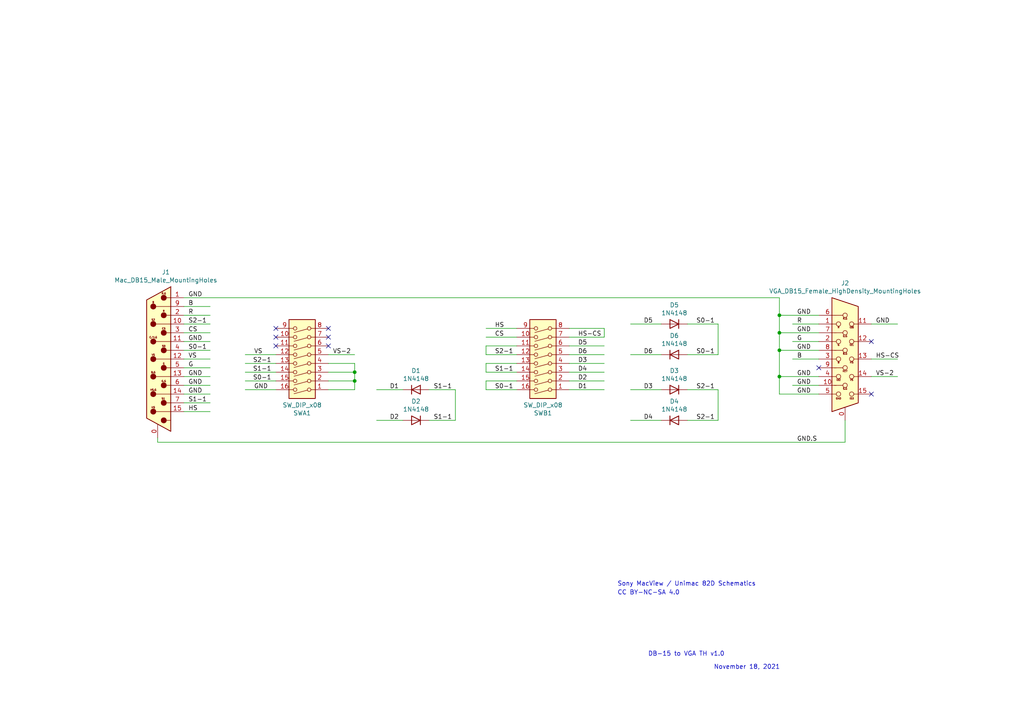
<source format=kicad_sch>
(kicad_sch (version 20211123) (generator eeschema)

  (uuid 0ef8ba32-d4e8-4d2b-b6dd-ffa014de9e85)

  (paper "A4")

  (lib_symbols
    (symbol "Diode:1N4148" (pin_numbers hide) (pin_names hide) (in_bom yes) (on_board yes)
      (property "Reference" "D" (id 0) (at 0 2.54 0)
        (effects (font (size 1.27 1.27)))
      )
      (property "Value" "1N4148" (id 1) (at 0 -2.54 0)
        (effects (font (size 1.27 1.27)))
      )
      (property "Footprint" "Diode_THT:D_DO-35_SOD27_P7.62mm_Horizontal" (id 2) (at 0 0 0)
        (effects (font (size 1.27 1.27)) hide)
      )
      (property "Datasheet" "https://assets.nexperia.com/documents/data-sheet/1N4148_1N4448.pdf" (id 3) (at 0 0 0)
        (effects (font (size 1.27 1.27)) hide)
      )
      (property "ki_keywords" "diode" (id 4) (at 0 0 0)
        (effects (font (size 1.27 1.27)) hide)
      )
      (property "ki_description" "100V 0.15A standard switching diode, DO-35" (id 5) (at 0 0 0)
        (effects (font (size 1.27 1.27)) hide)
      )
      (property "ki_fp_filters" "D*DO?35*" (id 6) (at 0 0 0)
        (effects (font (size 1.27 1.27)) hide)
      )
      (symbol "1N4148_0_1"
        (polyline
          (pts
            (xy -1.27 1.27)
            (xy -1.27 -1.27)
          )
          (stroke (width 0.254) (type default) (color 0 0 0 0))
          (fill (type none))
        )
        (polyline
          (pts
            (xy 1.27 0)
            (xy -1.27 0)
          )
          (stroke (width 0) (type default) (color 0 0 0 0))
          (fill (type none))
        )
        (polyline
          (pts
            (xy 1.27 1.27)
            (xy 1.27 -1.27)
            (xy -1.27 0)
            (xy 1.27 1.27)
          )
          (stroke (width 0.254) (type default) (color 0 0 0 0))
          (fill (type none))
        )
      )
      (symbol "1N4148_1_1"
        (pin passive line (at -3.81 0 0) (length 2.54)
          (name "K" (effects (font (size 1.27 1.27))))
          (number "1" (effects (font (size 1.27 1.27))))
        )
        (pin passive line (at 3.81 0 180) (length 2.54)
          (name "A" (effects (font (size 1.27 1.27))))
          (number "2" (effects (font (size 1.27 1.27))))
        )
      )
    )
    (symbol "Switch:SW_DIP_x08" (pin_names (offset 0) hide) (in_bom yes) (on_board yes)
      (property "Reference" "SW" (id 0) (at 0 13.97 0)
        (effects (font (size 1.27 1.27)))
      )
      (property "Value" "SW_DIP_x08" (id 1) (at 0 -11.43 0)
        (effects (font (size 1.27 1.27)))
      )
      (property "Footprint" "" (id 2) (at 0 0 0)
        (effects (font (size 1.27 1.27)) hide)
      )
      (property "Datasheet" "~" (id 3) (at 0 0 0)
        (effects (font (size 1.27 1.27)) hide)
      )
      (property "ki_keywords" "dip switch" (id 4) (at 0 0 0)
        (effects (font (size 1.27 1.27)) hide)
      )
      (property "ki_description" "8x DIP Switch, Single Pole Single Throw (SPST) switch, small symbol" (id 5) (at 0 0 0)
        (effects (font (size 1.27 1.27)) hide)
      )
      (property "ki_fp_filters" "SW?DIP?x8*" (id 6) (at 0 0 0)
        (effects (font (size 1.27 1.27)) hide)
      )
      (symbol "SW_DIP_x08_0_0"
        (circle (center -2.032 -7.62) (radius 0.508)
          (stroke (width 0) (type default) (color 0 0 0 0))
          (fill (type none))
        )
        (circle (center -2.032 -5.08) (radius 0.508)
          (stroke (width 0) (type default) (color 0 0 0 0))
          (fill (type none))
        )
        (circle (center -2.032 -2.54) (radius 0.508)
          (stroke (width 0) (type default) (color 0 0 0 0))
          (fill (type none))
        )
        (circle (center -2.032 0) (radius 0.508)
          (stroke (width 0) (type default) (color 0 0 0 0))
          (fill (type none))
        )
        (circle (center -2.032 2.54) (radius 0.508)
          (stroke (width 0) (type default) (color 0 0 0 0))
          (fill (type none))
        )
        (circle (center -2.032 5.08) (radius 0.508)
          (stroke (width 0) (type default) (color 0 0 0 0))
          (fill (type none))
        )
        (circle (center -2.032 7.62) (radius 0.508)
          (stroke (width 0) (type default) (color 0 0 0 0))
          (fill (type none))
        )
        (circle (center -2.032 10.16) (radius 0.508)
          (stroke (width 0) (type default) (color 0 0 0 0))
          (fill (type none))
        )
        (polyline
          (pts
            (xy -1.524 -7.4676)
            (xy 2.3622 -6.4262)
          )
          (stroke (width 0) (type default) (color 0 0 0 0))
          (fill (type none))
        )
        (polyline
          (pts
            (xy -1.524 -4.9276)
            (xy 2.3622 -3.8862)
          )
          (stroke (width 0) (type default) (color 0 0 0 0))
          (fill (type none))
        )
        (polyline
          (pts
            (xy -1.524 -2.3876)
            (xy 2.3622 -1.3462)
          )
          (stroke (width 0) (type default) (color 0 0 0 0))
          (fill (type none))
        )
        (polyline
          (pts
            (xy -1.524 0.127)
            (xy 2.3622 1.1684)
          )
          (stroke (width 0) (type default) (color 0 0 0 0))
          (fill (type none))
        )
        (polyline
          (pts
            (xy -1.524 2.667)
            (xy 2.3622 3.7084)
          )
          (stroke (width 0) (type default) (color 0 0 0 0))
          (fill (type none))
        )
        (polyline
          (pts
            (xy -1.524 5.207)
            (xy 2.3622 6.2484)
          )
          (stroke (width 0) (type default) (color 0 0 0 0))
          (fill (type none))
        )
        (polyline
          (pts
            (xy -1.524 7.747)
            (xy 2.3622 8.7884)
          )
          (stroke (width 0) (type default) (color 0 0 0 0))
          (fill (type none))
        )
        (polyline
          (pts
            (xy -1.524 10.287)
            (xy 2.3622 11.3284)
          )
          (stroke (width 0) (type default) (color 0 0 0 0))
          (fill (type none))
        )
        (circle (center 2.032 -7.62) (radius 0.508)
          (stroke (width 0) (type default) (color 0 0 0 0))
          (fill (type none))
        )
        (circle (center 2.032 -5.08) (radius 0.508)
          (stroke (width 0) (type default) (color 0 0 0 0))
          (fill (type none))
        )
        (circle (center 2.032 -2.54) (radius 0.508)
          (stroke (width 0) (type default) (color 0 0 0 0))
          (fill (type none))
        )
        (circle (center 2.032 0) (radius 0.508)
          (stroke (width 0) (type default) (color 0 0 0 0))
          (fill (type none))
        )
        (circle (center 2.032 2.54) (radius 0.508)
          (stroke (width 0) (type default) (color 0 0 0 0))
          (fill (type none))
        )
        (circle (center 2.032 5.08) (radius 0.508)
          (stroke (width 0) (type default) (color 0 0 0 0))
          (fill (type none))
        )
        (circle (center 2.032 7.62) (radius 0.508)
          (stroke (width 0) (type default) (color 0 0 0 0))
          (fill (type none))
        )
        (circle (center 2.032 10.16) (radius 0.508)
          (stroke (width 0) (type default) (color 0 0 0 0))
          (fill (type none))
        )
      )
      (symbol "SW_DIP_x08_0_1"
        (rectangle (start -3.81 12.7) (end 3.81 -10.16)
          (stroke (width 0.254) (type default) (color 0 0 0 0))
          (fill (type background))
        )
      )
      (symbol "SW_DIP_x08_1_1"
        (pin passive line (at -7.62 10.16 0) (length 5.08)
          (name "~" (effects (font (size 1.27 1.27))))
          (number "1" (effects (font (size 1.27 1.27))))
        )
        (pin passive line (at 7.62 -5.08 180) (length 5.08)
          (name "~" (effects (font (size 1.27 1.27))))
          (number "10" (effects (font (size 1.27 1.27))))
        )
        (pin passive line (at 7.62 -2.54 180) (length 5.08)
          (name "~" (effects (font (size 1.27 1.27))))
          (number "11" (effects (font (size 1.27 1.27))))
        )
        (pin passive line (at 7.62 0 180) (length 5.08)
          (name "~" (effects (font (size 1.27 1.27))))
          (number "12" (effects (font (size 1.27 1.27))))
        )
        (pin passive line (at 7.62 2.54 180) (length 5.08)
          (name "~" (effects (font (size 1.27 1.27))))
          (number "13" (effects (font (size 1.27 1.27))))
        )
        (pin passive line (at 7.62 5.08 180) (length 5.08)
          (name "~" (effects (font (size 1.27 1.27))))
          (number "14" (effects (font (size 1.27 1.27))))
        )
        (pin passive line (at 7.62 7.62 180) (length 5.08)
          (name "~" (effects (font (size 1.27 1.27))))
          (number "15" (effects (font (size 1.27 1.27))))
        )
        (pin passive line (at 7.62 10.16 180) (length 5.08)
          (name "~" (effects (font (size 1.27 1.27))))
          (number "16" (effects (font (size 1.27 1.27))))
        )
        (pin passive line (at -7.62 7.62 0) (length 5.08)
          (name "~" (effects (font (size 1.27 1.27))))
          (number "2" (effects (font (size 1.27 1.27))))
        )
        (pin passive line (at -7.62 5.08 0) (length 5.08)
          (name "~" (effects (font (size 1.27 1.27))))
          (number "3" (effects (font (size 1.27 1.27))))
        )
        (pin passive line (at -7.62 2.54 0) (length 5.08)
          (name "~" (effects (font (size 1.27 1.27))))
          (number "4" (effects (font (size 1.27 1.27))))
        )
        (pin passive line (at -7.62 0 0) (length 5.08)
          (name "~" (effects (font (size 1.27 1.27))))
          (number "5" (effects (font (size 1.27 1.27))))
        )
        (pin passive line (at -7.62 -2.54 0) (length 5.08)
          (name "~" (effects (font (size 1.27 1.27))))
          (number "6" (effects (font (size 1.27 1.27))))
        )
        (pin passive line (at -7.62 -5.08 0) (length 5.08)
          (name "~" (effects (font (size 1.27 1.27))))
          (number "7" (effects (font (size 1.27 1.27))))
        )
        (pin passive line (at -7.62 -7.62 0) (length 5.08)
          (name "~" (effects (font (size 1.27 1.27))))
          (number "8" (effects (font (size 1.27 1.27))))
        )
        (pin passive line (at 7.62 -7.62 180) (length 5.08)
          (name "~" (effects (font (size 1.27 1.27))))
          (number "9" (effects (font (size 1.27 1.27))))
        )
      )
    )
    (symbol "project:Mac_DB15_Male_MountingHoles" (pin_names (offset 1.016) hide) (in_bom yes) (on_board yes)
      (property "Reference" "J" (id 0) (at 2.54 24.13 0)
        (effects (font (size 1.27 1.27)))
      )
      (property "Value" "Mac_DB15_Male_MountingHoles" (id 1) (at 2.54 26.035 0)
        (effects (font (size 1.27 1.27)))
      )
      (property "Footprint" "" (id 2) (at 0 0 0)
        (effects (font (size 1.27 1.27)) hide)
      )
      (property "Datasheet" "" (id 3) (at 0 0 0)
        (effects (font (size 1.27 1.27)) hide)
      )
      (property "ki_fp_filters" "DSUB*Male*" (id 4) (at 0 0 0)
        (effects (font (size 1.27 1.27)) hide)
      )
      (symbol "Mac_DB15_Male_MountingHoles_0_0"
        (text "B" (at -1.27 16.764 0)
          (effects (font (size 0.508 0.508)) (justify top))
        )
        (text "B.G" (at -1.27 -3.556 0)
          (effects (font (size 0.508 0.508)) (justify top))
        )
        (text "C/V.G" (at -1.27 6.604 0)
          (effects (font (size 0.508 0.508)) (justify top))
        )
        (text "CS" (at 1.778 9.144 0)
          (effects (font (size 0.508 0.508)) (justify top))
        )
        (text "G" (at 1.778 -1.016 0)
          (effects (font (size 0.508 0.508)) (justify top))
        )
        (text "G.G" (at 1.778 -6.096 0)
          (effects (font (size 0.508 0.508)) (justify top))
        )
        (text "HS" (at -1.27 -13.716 0)
          (effects (font (size 0.508 0.508)) (justify top))
        )
        (text "HS.G" (at -1.27 -8.636 0)
          (effects (font (size 0.508 0.508)) (justify top))
        )
        (text "R" (at 1.778 14.224 0)
          (effects (font (size 0.508 0.508)) (justify top))
        )
        (text "R.G" (at 1.778 19.304 0)
          (effects (font (size 0.508 0.508)) (justify top))
        )
        (text "S0" (at 1.778 4.064 0)
          (effects (font (size 0.508 0.508)) (justify top))
        )
        (text "S1" (at 1.651 -11.176 0)
          (effects (font (size 0.508 0.508)) (justify top))
        )
        (text "S2" (at -1.27 11.684 0)
          (effects (font (size 0.508 0.508)) (justify top))
        )
        (text "VS" (at -1.27 1.524 0)
          (effects (font (size 0.508 0.508)) (justify top))
        )
      )
      (symbol "Mac_DB15_Male_MountingHoles_0_1"
        (circle (center -1.27 -15.24) (radius 0.762)
          (stroke (width 0) (type default) (color 0 0 0 0))
          (fill (type outline))
        )
        (circle (center -1.27 -10.16) (radius 0.762)
          (stroke (width 0) (type default) (color 0 0 0 0))
          (fill (type outline))
        )
        (circle (center -1.27 -5.08) (radius 0.762)
          (stroke (width 0) (type default) (color 0 0 0 0))
          (fill (type outline))
        )
        (circle (center -1.27 0) (radius 0.762)
          (stroke (width 0) (type default) (color 0 0 0 0))
          (fill (type outline))
        )
        (circle (center -1.27 5.08) (radius 0.762)
          (stroke (width 0) (type default) (color 0 0 0 0))
          (fill (type outline))
        )
        (circle (center -1.27 10.16) (radius 0.762)
          (stroke (width 0) (type default) (color 0 0 0 0))
          (fill (type outline))
        )
        (circle (center -1.27 15.24) (radius 0.762)
          (stroke (width 0) (type default) (color 0 0 0 0))
          (fill (type outline))
        )
        (polyline
          (pts
            (xy 3.81 -17.78)
            (xy 2.54 -17.78)
          )
          (stroke (width 0) (type default) (color 0 0 0 0))
          (fill (type none))
        )
        (polyline
          (pts
            (xy 3.81 -15.24)
            (xy -0.508 -15.24)
          )
          (stroke (width 0) (type default) (color 0 0 0 0))
          (fill (type none))
        )
        (polyline
          (pts
            (xy 3.81 -12.7)
            (xy 2.54 -12.7)
          )
          (stroke (width 0) (type default) (color 0 0 0 0))
          (fill (type none))
        )
        (polyline
          (pts
            (xy 3.81 -10.16)
            (xy -0.508 -10.16)
          )
          (stroke (width 0) (type default) (color 0 0 0 0))
          (fill (type none))
        )
        (polyline
          (pts
            (xy 3.81 -7.62)
            (xy 2.54 -7.62)
          )
          (stroke (width 0) (type default) (color 0 0 0 0))
          (fill (type none))
        )
        (polyline
          (pts
            (xy 3.81 -5.08)
            (xy -0.508 -5.08)
          )
          (stroke (width 0) (type default) (color 0 0 0 0))
          (fill (type none))
        )
        (polyline
          (pts
            (xy 3.81 -2.54)
            (xy 2.54 -2.54)
          )
          (stroke (width 0) (type default) (color 0 0 0 0))
          (fill (type none))
        )
        (polyline
          (pts
            (xy 3.81 0)
            (xy -0.508 0)
          )
          (stroke (width 0) (type default) (color 0 0 0 0))
          (fill (type none))
        )
        (polyline
          (pts
            (xy 3.81 2.54)
            (xy 2.54 2.54)
          )
          (stroke (width 0) (type default) (color 0 0 0 0))
          (fill (type none))
        )
        (polyline
          (pts
            (xy 3.81 5.08)
            (xy -0.508 5.08)
          )
          (stroke (width 0) (type default) (color 0 0 0 0))
          (fill (type none))
        )
        (polyline
          (pts
            (xy 3.81 7.62)
            (xy 2.54 7.62)
          )
          (stroke (width 0) (type default) (color 0 0 0 0))
          (fill (type none))
        )
        (polyline
          (pts
            (xy 3.81 10.16)
            (xy -0.508 10.16)
          )
          (stroke (width 0) (type default) (color 0 0 0 0))
          (fill (type none))
        )
        (polyline
          (pts
            (xy 3.81 12.7)
            (xy 2.54 12.7)
          )
          (stroke (width 0) (type default) (color 0 0 0 0))
          (fill (type none))
        )
        (polyline
          (pts
            (xy 3.81 15.24)
            (xy -0.508 15.24)
          )
          (stroke (width 0) (type default) (color 0 0 0 0))
          (fill (type none))
        )
        (polyline
          (pts
            (xy 3.81 17.78)
            (xy 2.54 17.78)
          )
          (stroke (width 0) (type default) (color 0 0 0 0))
          (fill (type none))
        )
        (polyline
          (pts
            (xy 3.81 20.955)
            (xy -3.175 17.145)
            (xy -3.175 -17.145)
            (xy 3.81 -20.955)
            (xy 3.81 20.955)
          )
          (stroke (width 0.254) (type default) (color 0 0 0 0))
          (fill (type background))
        )
        (circle (center 1.778 -17.78) (radius 0.762)
          (stroke (width 0) (type default) (color 0 0 0 0))
          (fill (type outline))
        )
        (circle (center 1.778 -12.7) (radius 0.762)
          (stroke (width 0) (type default) (color 0 0 0 0))
          (fill (type outline))
        )
        (circle (center 1.778 -7.62) (radius 0.762)
          (stroke (width 0) (type default) (color 0 0 0 0))
          (fill (type outline))
        )
        (circle (center 1.778 -2.54) (radius 0.762)
          (stroke (width 0) (type default) (color 0 0 0 0))
          (fill (type outline))
        )
        (circle (center 1.778 2.54) (radius 0.762)
          (stroke (width 0) (type default) (color 0 0 0 0))
          (fill (type outline))
        )
        (circle (center 1.778 7.62) (radius 0.762)
          (stroke (width 0) (type default) (color 0 0 0 0))
          (fill (type outline))
        )
        (circle (center 1.778 12.7) (radius 0.762)
          (stroke (width 0) (type default) (color 0 0 0 0))
          (fill (type outline))
        )
        (circle (center 1.778 17.78) (radius 0.762)
          (stroke (width 0) (type default) (color 0 0 0 0))
          (fill (type outline))
        )
      )
      (symbol "Mac_DB15_Male_MountingHoles_1_1"
        (pin passive line (at 0 -22.86 90) (length 3.81)
          (name "SGND" (effects (font (size 1.27 1.27))))
          (number "0" (effects (font (size 1.27 1.27))))
        )
        (pin passive line (at 7.62 17.78 180) (length 3.81)
          (name "RED.GND" (effects (font (size 1.27 1.27))))
          (number "1" (effects (font (size 1.27 1.27))))
        )
        (pin output line (at 7.62 10.16 180) (length 3.81)
          (name "SENSE2" (effects (font (size 1.27 1.27))))
          (number "10" (effects (font (size 1.27 1.27))))
        )
        (pin passive line (at 7.62 5.08 180) (length 3.81)
          (name "CSYNC/VSYNC.GND" (effects (font (size 1.27 1.27))))
          (number "11" (effects (font (size 1.27 1.27))))
        )
        (pin input line (at 7.62 0 180) (length 3.81)
          (name "/VSYNC" (effects (font (size 1.27 1.27))))
          (number "12" (effects (font (size 1.27 1.27))))
        )
        (pin passive line (at 7.62 -5.08 180) (length 3.81)
          (name "BLU.GND" (effects (font (size 1.27 1.27))))
          (number "13" (effects (font (size 1.27 1.27))))
        )
        (pin passive line (at 7.62 -10.16 180) (length 3.81)
          (name "HSYNC.GND" (effects (font (size 1.27 1.27))))
          (number "14" (effects (font (size 1.27 1.27))))
        )
        (pin input line (at 7.62 -15.24 180) (length 3.81)
          (name "/HSYNC" (effects (font (size 1.27 1.27))))
          (number "15" (effects (font (size 1.27 1.27))))
        )
        (pin input line (at 7.62 12.7 180) (length 3.81)
          (name "RED.VID" (effects (font (size 1.27 1.27))))
          (number "2" (effects (font (size 1.27 1.27))))
        )
        (pin input line (at 7.62 7.62 180) (length 3.81)
          (name "/CSYNC" (effects (font (size 1.27 1.27))))
          (number "3" (effects (font (size 1.27 1.27))))
        )
        (pin output line (at 7.62 2.54 180) (length 3.81)
          (name "SENSE0" (effects (font (size 1.27 1.27))))
          (number "4" (effects (font (size 1.27 1.27))))
        )
        (pin input line (at 7.62 -2.54 180) (length 3.81)
          (name "GRN.VID" (effects (font (size 1.27 1.27))))
          (number "5" (effects (font (size 1.27 1.27))))
        )
        (pin passive line (at 7.62 -7.62 180) (length 3.81)
          (name "GRN.GND" (effects (font (size 1.27 1.27))))
          (number "6" (effects (font (size 1.27 1.27))))
        )
        (pin output line (at 7.62 -12.7 180) (length 3.81)
          (name "SENSE1" (effects (font (size 1.27 1.27))))
          (number "7" (effects (font (size 1.27 1.27))))
        )
        (pin no_connect line (at 7.62 -17.78 180) (length 3.81) hide
          (name "8" (effects (font (size 1.27 1.27))))
          (number "8" (effects (font (size 1.27 1.27))))
        )
        (pin output line (at 7.62 15.24 180) (length 3.81)
          (name "BLU.VID" (effects (font (size 1.27 1.27))))
          (number "9" (effects (font (size 1.27 1.27))))
        )
      )
    )
    (symbol "project:VGA_DB15_Female_HighDensity_MountingHoles" (pin_names (offset 1.016) hide) (in_bom yes) (on_board yes)
      (property "Reference" "J" (id 0) (at 0 21.59 0)
        (effects (font (size 1.27 1.27)))
      )
      (property "Value" "VGA_DB15_Female_HighDensity_MountingHoles" (id 1) (at 0 19.05 0)
        (effects (font (size 1.27 1.27)))
      )
      (property "Footprint" "" (id 2) (at -24.13 10.16 0)
        (effects (font (size 1.27 1.27)) hide)
      )
      (property "Datasheet" "" (id 3) (at -24.13 10.16 0)
        (effects (font (size 1.27 1.27)) hide)
      )
      (property "ki_fp_filters" "DSUB*Female*" (id 4) (at 0 0 0)
        (effects (font (size 1.27 1.27)) hide)
      )
      (symbol "VGA_DB15_Female_HighDensity_MountingHoles_0_0"
        (text "B" (at -1.905 -1.27 0)
          (effects (font (size 0.508 0.508)) (justify bottom))
        )
        (text "B.G" (at 0 1.27 0)
          (effects (font (size 0.508 0.508)) (justify bottom))
        )
        (text "G" (at -1.905 3.81 0)
          (effects (font (size 0.508 0.508)) (justify bottom))
        )
        (text "G.G" (at 0 6.35 0)
          (effects (font (size 0.508 0.508)) (justify bottom))
        )
        (text "GND" (at -1.905 -11.43 0)
          (effects (font (size 0.508 0.508)))
        )
        (text "HS" (at 1.905 -1.27 0)
          (effects (font (size 0.508 0.508)) (justify bottom))
        )
        (text "ID0" (at 1.905 8.89 0)
          (effects (font (size 0.508 0.508)) (justify bottom))
        )
        (text "ID1" (at 1.905 3.81 0)
          (effects (font (size 0.508 0.508)) (justify bottom))
        )
        (text "ID2" (at -1.905 -6.35 0)
          (effects (font (size 0.508 0.508)) (justify bottom))
        )
        (text "ID3" (at 1.905 -11.43 0)
          (effects (font (size 0.508 0.508)))
        )
        (text "KEY" (at 0 -3.81 0)
          (effects (font (size 0.508 0.508)) (justify bottom))
        )
        (text "R" (at -1.905 8.89 0)
          (effects (font (size 0.508 0.508)) (justify bottom))
        )
        (text "R.G" (at 0 11.43 0)
          (effects (font (size 0.508 0.508)) (justify bottom))
        )
        (text "S.G" (at 0 -8.89 0)
          (effects (font (size 0.508 0.508)) (justify bottom))
        )
        (text "VS" (at 1.905 -6.35 0)
          (effects (font (size 0.508 0.508)) (justify bottom))
        )
      )
      (symbol "VGA_DB15_Female_HighDensity_MountingHoles_0_1"
        (circle (center -1.905 -10.16) (radius 0.635)
          (stroke (width 0) (type default) (color 0 0 0 0))
          (fill (type none))
        )
        (circle (center -1.905 -5.08) (radius 0.635)
          (stroke (width 0) (type default) (color 0 0 0 0))
          (fill (type none))
        )
        (circle (center -1.905 0) (radius 0.635)
          (stroke (width 0) (type default) (color 0 0 0 0))
          (fill (type none))
        )
        (circle (center -1.905 5.08) (radius 0.635)
          (stroke (width 0) (type default) (color 0 0 0 0))
          (fill (type none))
        )
        (circle (center -1.905 10.16) (radius 0.635)
          (stroke (width 0) (type default) (color 0 0 0 0))
          (fill (type none))
        )
        (circle (center 0 -7.62) (radius 0.635)
          (stroke (width 0) (type default) (color 0 0 0 0))
          (fill (type none))
        )
        (circle (center 0 -2.54) (radius 0.635)
          (stroke (width 0) (type default) (color 0 0 0 0))
          (fill (type none))
        )
        (polyline
          (pts
            (xy -3.175 7.62)
            (xy -0.635 7.62)
          )
          (stroke (width 0) (type default) (color 0 0 0 0))
          (fill (type none))
        )
        (polyline
          (pts
            (xy -0.635 -7.62)
            (xy -3.175 -7.62)
          )
          (stroke (width 0) (type default) (color 0 0 0 0))
          (fill (type none))
        )
        (polyline
          (pts
            (xy -0.635 -2.54)
            (xy -3.175 -2.54)
          )
          (stroke (width 0) (type default) (color 0 0 0 0))
          (fill (type none))
        )
        (polyline
          (pts
            (xy -0.635 2.54)
            (xy -3.175 2.54)
          )
          (stroke (width 0) (type default) (color 0 0 0 0))
          (fill (type none))
        )
        (polyline
          (pts
            (xy -0.635 12.7)
            (xy -3.175 12.7)
          )
          (stroke (width 0) (type default) (color 0 0 0 0))
          (fill (type none))
        )
        (polyline
          (pts
            (xy -3.81 17.78)
            (xy -3.81 -15.24)
            (xy 3.81 -12.7)
            (xy 3.81 15.24)
            (xy -3.81 17.78)
          )
          (stroke (width 0.254) (type default) (color 0 0 0 0))
          (fill (type background))
        )
        (circle (center 0 2.54) (radius 0.635)
          (stroke (width 0) (type default) (color 0 0 0 0))
          (fill (type none))
        )
        (circle (center 0 7.62) (radius 0.635)
          (stroke (width 0) (type default) (color 0 0 0 0))
          (fill (type none))
        )
        (circle (center 0 12.7) (radius 0.635)
          (stroke (width 0) (type default) (color 0 0 0 0))
          (fill (type none))
        )
        (circle (center 1.905 -10.16) (radius 0.635)
          (stroke (width 0) (type default) (color 0 0 0 0))
          (fill (type none))
        )
        (circle (center 1.905 -5.08) (radius 0.635)
          (stroke (width 0) (type default) (color 0 0 0 0))
          (fill (type none))
        )
        (circle (center 1.905 0) (radius 0.635)
          (stroke (width 0) (type default) (color 0 0 0 0))
          (fill (type none))
        )
        (circle (center 1.905 5.08) (radius 0.635)
          (stroke (width 0) (type default) (color 0 0 0 0))
          (fill (type none))
        )
        (circle (center 1.905 10.16) (radius 0.635)
          (stroke (width 0) (type default) (color 0 0 0 0))
          (fill (type none))
        )
      )
      (symbol "VGA_DB15_Female_HighDensity_MountingHoles_1_1"
        (pin passive line (at 0 -17.78 90) (length 3.81)
          (name "SGND" (effects (font (size 1.27 1.27))))
          (number "0" (effects (font (size 1.27 1.27))))
        )
        (pin output line (at -7.62 10.16 0) (length 5.08)
          (name "RED.VID" (effects (font (size 1.27 1.27))))
          (number "1" (effects (font (size 1.27 1.27))))
        )
        (pin passive line (at -7.62 -7.62 0) (length 5.08)
          (name "SYNC.GND" (effects (font (size 1.27 1.27))))
          (number "10" (effects (font (size 1.27 1.27))))
        )
        (pin input line (at 7.62 10.16 180) (length 5.08)
          (name "ID0" (effects (font (size 1.27 1.27))))
          (number "11" (effects (font (size 1.27 1.27))))
        )
        (pin input line (at 7.62 5.08 180) (length 5.08)
          (name "ID1" (effects (font (size 1.27 1.27))))
          (number "12" (effects (font (size 1.27 1.27))))
        )
        (pin output line (at 7.62 0 180) (length 5.08)
          (name "/HSYNC" (effects (font (size 1.27 1.27))))
          (number "13" (effects (font (size 1.27 1.27))))
        )
        (pin output line (at 7.62 -5.08 180) (length 5.08)
          (name "/VSYNC" (effects (font (size 1.27 1.27))))
          (number "14" (effects (font (size 1.27 1.27))))
        )
        (pin input line (at 7.62 -10.16 180) (length 5.08)
          (name "ID3" (effects (font (size 1.27 1.27))))
          (number "15" (effects (font (size 1.27 1.27))))
        )
        (pin output line (at -7.62 5.08 0) (length 5.08)
          (name "GRN.VID" (effects (font (size 1.27 1.27))))
          (number "2" (effects (font (size 1.27 1.27))))
        )
        (pin output line (at -7.62 0 0) (length 5.08)
          (name "BLU.VID" (effects (font (size 1.27 1.27))))
          (number "3" (effects (font (size 1.27 1.27))))
        )
        (pin input line (at -7.62 -5.08 0) (length 5.08)
          (name "ID2/RES" (effects (font (size 1.27 1.27))))
          (number "4" (effects (font (size 1.27 1.27))))
        )
        (pin passive line (at -7.62 -10.16 0) (length 5.08)
          (name "GND" (effects (font (size 1.27 1.27))))
          (number "5" (effects (font (size 1.27 1.27))))
        )
        (pin passive line (at -7.62 12.7 0) (length 5.08)
          (name "RED.GND" (effects (font (size 1.27 1.27))))
          (number "6" (effects (font (size 1.27 1.27))))
        )
        (pin passive line (at -7.62 7.62 0) (length 5.08)
          (name "GRN.GND" (effects (font (size 1.27 1.27))))
          (number "7" (effects (font (size 1.27 1.27))))
        )
        (pin passive line (at -7.62 2.54 0) (length 5.08)
          (name "BLU.GND" (effects (font (size 1.27 1.27))))
          (number "8" (effects (font (size 1.27 1.27))))
        )
        (pin power_out line (at -7.62 -2.54 0) (length 5.08)
          (name "KEY" (effects (font (size 1.27 1.27))))
          (number "9" (effects (font (size 1.27 1.27))))
        )
      )
    )
  )

  (junction (at 226.06 96.52) (diameter 0) (color 0 0 0 0)
    (uuid 1bafa7e7-e21f-439b-97ac-311e770cc55f)
  )
  (junction (at 226.06 91.44) (diameter 0) (color 0 0 0 0)
    (uuid 315fc509-7e70-4fbe-84e1-f50cbfbcac71)
  )
  (junction (at 226.06 101.6) (diameter 0) (color 0 0 0 0)
    (uuid 51aa95b5-c49b-4e3f-88c3-954aaec7b858)
  )
  (junction (at 102.87 110.49) (diameter 0) (color 0 0 0 0)
    (uuid 84b674c5-245f-4f08-aade-021e81473c20)
  )
  (junction (at 102.87 107.95) (diameter 0) (color 0 0 0 0)
    (uuid b7550bb1-35ac-4c82-a2a5-d2578f7111e9)
  )
  (junction (at 226.06 109.22) (diameter 0) (color 0 0 0 0)
    (uuid c6520127-9228-4e15-97ff-1d3d4b5e5e81)
  )

  (no_connect (at 95.25 97.79) (uuid 0667c664-a5ef-4658-9dde-ef71e52e0a0b))
  (no_connect (at 252.73 99.06) (uuid 1b21d43f-7c37-4a0f-8cd8-40e955972166))
  (no_connect (at 80.01 97.79) (uuid 317e201b-d033-49f9-bd17-b1e2dbb071c7))
  (no_connect (at 80.01 95.25) (uuid 7243ff3d-0162-4a3a-a48d-f65c79b15cfe))
  (no_connect (at 95.25 100.33) (uuid a05b08ac-a98a-439c-b8e3-c9c39389e4e2))
  (no_connect (at 80.01 100.33) (uuid ab36dcc7-2fa9-4254-ae9e-ef23f86e0f98))
  (no_connect (at 95.25 95.25) (uuid b6ac5513-9854-4996-8193-6bf6e31fe962))
  (no_connect (at 237.49 106.68) (uuid f1d13e42-4b13-4f22-bfe1-7b91292da249))
  (no_connect (at 252.73 114.3) (uuid f5e7823d-feaa-4c12-96ce-2f4cced09fad))

  (wire (pts (xy 226.06 96.52) (xy 226.06 101.6))
    (stroke (width 0) (type default) (color 0 0 0 0))
    (uuid 00fdabcd-97c2-477a-ad38-78b0a56e88fc)
  )
  (wire (pts (xy 140.97 105.41) (xy 149.86 105.41))
    (stroke (width 0) (type default) (color 0 0 0 0))
    (uuid 014a89f2-3395-4afb-81d2-275ab536e82f)
  )
  (wire (pts (xy 53.34 111.76) (xy 60.96 111.76))
    (stroke (width 0) (type default) (color 0 0 0 0))
    (uuid 022076ae-d183-413b-ac1e-0f35b1c4c87e)
  )
  (wire (pts (xy 226.06 109.22) (xy 237.49 109.22))
    (stroke (width 0) (type default) (color 0 0 0 0))
    (uuid 03009c87-d304-421c-a676-e8ed052c4eb1)
  )
  (wire (pts (xy 149.86 95.25) (xy 140.97 95.25))
    (stroke (width 0) (type default) (color 0 0 0 0))
    (uuid 0330565f-89af-487d-b28a-24bef28cfc68)
  )
  (wire (pts (xy 165.1 95.25) (xy 175.26 95.25))
    (stroke (width 0) (type default) (color 0 0 0 0))
    (uuid 03b1a351-044f-4c76-9f02-115f52918053)
  )
  (wire (pts (xy 116.84 121.92) (xy 109.22 121.92))
    (stroke (width 0) (type default) (color 0 0 0 0))
    (uuid 04a34f00-1452-4b7e-94c5-32db8d56ed93)
  )
  (wire (pts (xy 53.34 109.22) (xy 60.96 109.22))
    (stroke (width 0) (type default) (color 0 0 0 0))
    (uuid 094b8455-f566-45e4-97b3-dffb09450f68)
  )
  (wire (pts (xy 226.06 114.3) (xy 226.06 109.22))
    (stroke (width 0) (type default) (color 0 0 0 0))
    (uuid 0e5e7286-23b4-4d33-accf-3d4a88b2f33a)
  )
  (wire (pts (xy 140.97 107.95) (xy 140.97 105.41))
    (stroke (width 0) (type default) (color 0 0 0 0))
    (uuid 129794e9-2a0e-4f30-a17e-44bcf5473974)
  )
  (wire (pts (xy 252.73 93.98) (xy 260.35 93.98))
    (stroke (width 0) (type default) (color 0 0 0 0))
    (uuid 1ad0e073-9334-49ea-bbcc-42e5897deeb9)
  )
  (wire (pts (xy 53.34 86.36) (xy 226.06 86.36))
    (stroke (width 0) (type default) (color 0 0 0 0))
    (uuid 1bfd6dea-ab75-4cd8-be12-8450d265fa12)
  )
  (wire (pts (xy 124.46 113.03) (xy 132.08 113.03))
    (stroke (width 0) (type default) (color 0 0 0 0))
    (uuid 217a0708-6a86-4959-ac1f-8125fbc9885a)
  )
  (wire (pts (xy 199.39 102.87) (xy 208.28 102.87))
    (stroke (width 0) (type default) (color 0 0 0 0))
    (uuid 265f2fdb-b5bd-4ff2-9dd3-9b5f8d7b4956)
  )
  (wire (pts (xy 71.12 113.03) (xy 80.01 113.03))
    (stroke (width 0) (type default) (color 0 0 0 0))
    (uuid 2f41853e-ca6b-4197-bc5f-ad8ab37cc829)
  )
  (wire (pts (xy 237.49 114.3) (xy 226.06 114.3))
    (stroke (width 0) (type default) (color 0 0 0 0))
    (uuid 312680a4-ee3b-49b7-b88e-283ddc7275e6)
  )
  (wire (pts (xy 45.72 128.27) (xy 245.11 128.27))
    (stroke (width 0) (type default) (color 0 0 0 0))
    (uuid 31869349-9806-4c28-9b05-107525eaa0c0)
  )
  (wire (pts (xy 165.1 113.03) (xy 175.26 113.03))
    (stroke (width 0) (type default) (color 0 0 0 0))
    (uuid 327822a2-686d-4586-ad45-8c8290a3ffe5)
  )
  (wire (pts (xy 53.34 104.14) (xy 60.96 104.14))
    (stroke (width 0) (type default) (color 0 0 0 0))
    (uuid 34bad0c8-ddb3-444a-a25b-6925e483f975)
  )
  (wire (pts (xy 53.34 101.6) (xy 60.96 101.6))
    (stroke (width 0) (type default) (color 0 0 0 0))
    (uuid 3adbba87-4515-447f-90b0-fc74de2bd575)
  )
  (wire (pts (xy 53.34 106.68) (xy 60.96 106.68))
    (stroke (width 0) (type default) (color 0 0 0 0))
    (uuid 449e2fbe-0de0-48bb-a9a3-de84f2f2c0b6)
  )
  (wire (pts (xy 199.39 93.98) (xy 208.28 93.98))
    (stroke (width 0) (type default) (color 0 0 0 0))
    (uuid 46b39386-a7b5-4755-9f65-af78b44c7c69)
  )
  (wire (pts (xy 165.1 107.95) (xy 175.26 107.95))
    (stroke (width 0) (type default) (color 0 0 0 0))
    (uuid 49d4ff08-c9d0-48ab-b3dd-671b47eee1c5)
  )
  (wire (pts (xy 165.1 102.87) (xy 175.26 102.87))
    (stroke (width 0) (type default) (color 0 0 0 0))
    (uuid 4f1c3a58-298e-4c42-8b61-17be68884de4)
  )
  (wire (pts (xy 252.73 109.22) (xy 260.35 109.22))
    (stroke (width 0) (type default) (color 0 0 0 0))
    (uuid 5526eb2e-abb2-4941-9bd5-f60a2c272f10)
  )
  (wire (pts (xy 226.06 101.6) (xy 237.49 101.6))
    (stroke (width 0) (type default) (color 0 0 0 0))
    (uuid 5dd5dd09-a5d5-4adf-a502-b5ee796eaa43)
  )
  (wire (pts (xy 191.77 121.92) (xy 182.88 121.92))
    (stroke (width 0) (type default) (color 0 0 0 0))
    (uuid 61efbdff-c962-434e-88b5-4ae342c356bf)
  )
  (wire (pts (xy 226.06 109.22) (xy 226.06 101.6))
    (stroke (width 0) (type default) (color 0 0 0 0))
    (uuid 643e83ea-3688-47c0-b3f8-c6bd9f3ae762)
  )
  (wire (pts (xy 53.34 93.98) (xy 60.96 93.98))
    (stroke (width 0) (type default) (color 0 0 0 0))
    (uuid 666094bb-7a20-42d0-8856-48f06388eee4)
  )
  (wire (pts (xy 229.87 93.98) (xy 237.49 93.98))
    (stroke (width 0) (type default) (color 0 0 0 0))
    (uuid 675ffad4-fad1-433b-b0ce-653a4f0b6281)
  )
  (wire (pts (xy 116.84 113.03) (xy 109.22 113.03))
    (stroke (width 0) (type default) (color 0 0 0 0))
    (uuid 698565ac-ae27-4c37-94c2-3d9c0b12c068)
  )
  (wire (pts (xy 140.97 97.79) (xy 149.86 97.79))
    (stroke (width 0) (type default) (color 0 0 0 0))
    (uuid 706a34a9-84e3-4d4b-afe1-83cf9bcd2d17)
  )
  (wire (pts (xy 245.11 121.92) (xy 245.11 128.27))
    (stroke (width 0) (type default) (color 0 0 0 0))
    (uuid 73550b6b-20c5-4b0f-82ae-c4372e2c1ba4)
  )
  (wire (pts (xy 252.73 104.14) (xy 260.35 104.14))
    (stroke (width 0) (type default) (color 0 0 0 0))
    (uuid 744cb96b-32a6-4d3b-80a5-5df725051c22)
  )
  (wire (pts (xy 53.34 114.3) (xy 60.96 114.3))
    (stroke (width 0) (type default) (color 0 0 0 0))
    (uuid 746367c7-fe9f-4bba-abec-be122273fffe)
  )
  (wire (pts (xy 149.86 102.87) (xy 140.97 102.87))
    (stroke (width 0) (type default) (color 0 0 0 0))
    (uuid 784c6b2c-88c8-493f-abc8-70c0d39b71c5)
  )
  (wire (pts (xy 102.87 107.95) (xy 102.87 105.41))
    (stroke (width 0) (type default) (color 0 0 0 0))
    (uuid 788d0af4-1ed0-48ed-9651-165377bcac0f)
  )
  (wire (pts (xy 149.86 100.33) (xy 140.97 100.33))
    (stroke (width 0) (type default) (color 0 0 0 0))
    (uuid 7b9b98de-6b68-4761-8b13-956c5afaf435)
  )
  (wire (pts (xy 140.97 110.49) (xy 140.97 113.03))
    (stroke (width 0) (type default) (color 0 0 0 0))
    (uuid 7c0b24c6-a421-4ccf-9152-a85b1a7fc54b)
  )
  (wire (pts (xy 175.26 97.79) (xy 175.26 95.25))
    (stroke (width 0) (type default) (color 0 0 0 0))
    (uuid 80358396-c8a9-4e2a-99a4-8cde0951c479)
  )
  (wire (pts (xy 226.06 91.44) (xy 226.06 96.52))
    (stroke (width 0) (type default) (color 0 0 0 0))
    (uuid 81abb5c7-e6ca-44e4-8651-a56461cedb98)
  )
  (wire (pts (xy 140.97 113.03) (xy 149.86 113.03))
    (stroke (width 0) (type default) (color 0 0 0 0))
    (uuid 8813b8d5-9a29-45b5-b47c-1eafa89142f0)
  )
  (wire (pts (xy 199.39 121.92) (xy 208.28 121.92))
    (stroke (width 0) (type default) (color 0 0 0 0))
    (uuid 88b09e75-53c3-498a-9be1-0dbdf2fcd064)
  )
  (wire (pts (xy 191.77 102.87) (xy 182.88 102.87))
    (stroke (width 0) (type default) (color 0 0 0 0))
    (uuid 8bc2b0c9-1b3b-4fa2-9166-ce495d98205c)
  )
  (wire (pts (xy 102.87 105.41) (xy 95.25 105.41))
    (stroke (width 0) (type default) (color 0 0 0 0))
    (uuid 8e8e71d8-7905-441e-8a35-8732a76d90c1)
  )
  (wire (pts (xy 132.08 113.03) (xy 132.08 121.92))
    (stroke (width 0) (type default) (color 0 0 0 0))
    (uuid 8f71419f-9e49-4e8b-9739-bcca87478290)
  )
  (wire (pts (xy 191.77 113.03) (xy 182.88 113.03))
    (stroke (width 0) (type default) (color 0 0 0 0))
    (uuid 8f72a97f-dea7-4863-b223-af1b1b52f23f)
  )
  (wire (pts (xy 102.87 110.49) (xy 102.87 113.03))
    (stroke (width 0) (type default) (color 0 0 0 0))
    (uuid 94f6146f-07ff-4122-8e2a-259381be011c)
  )
  (wire (pts (xy 191.77 93.98) (xy 182.88 93.98))
    (stroke (width 0) (type default) (color 0 0 0 0))
    (uuid 9dd7c18e-99cd-4328-986e-66c069979fe9)
  )
  (wire (pts (xy 71.12 102.87) (xy 80.01 102.87))
    (stroke (width 0) (type default) (color 0 0 0 0))
    (uuid 9ec42548-5020-45dc-b2c5-2a43ed25b274)
  )
  (wire (pts (xy 45.72 128.27) (xy 45.72 127))
    (stroke (width 0) (type default) (color 0 0 0 0))
    (uuid a1f4aa71-bf83-4268-b837-df13f2788b5b)
  )
  (wire (pts (xy 53.34 88.9) (xy 60.96 88.9))
    (stroke (width 0) (type default) (color 0 0 0 0))
    (uuid a758352a-4c38-4deb-b201-5d2eaccb3a97)
  )
  (wire (pts (xy 226.06 86.36) (xy 226.06 91.44))
    (stroke (width 0) (type default) (color 0 0 0 0))
    (uuid a7e18297-059a-4609-b024-d1c9b02ddbd6)
  )
  (wire (pts (xy 237.49 104.14) (xy 229.87 104.14))
    (stroke (width 0) (type default) (color 0 0 0 0))
    (uuid afda47cf-809d-4ce5-9ea5-1e9e23a50390)
  )
  (wire (pts (xy 102.87 113.03) (xy 95.25 113.03))
    (stroke (width 0) (type default) (color 0 0 0 0))
    (uuid b5e0c9df-7e45-4c95-8d58-ede615d56507)
  )
  (wire (pts (xy 226.06 96.52) (xy 237.49 96.52))
    (stroke (width 0) (type default) (color 0 0 0 0))
    (uuid b92a910e-49af-4bcf-8d57-e980a86b3bb5)
  )
  (wire (pts (xy 165.1 97.79) (xy 175.26 97.79))
    (stroke (width 0) (type default) (color 0 0 0 0))
    (uuid beb873ea-7600-4b96-ad1e-eb721fb8977f)
  )
  (wire (pts (xy 102.87 110.49) (xy 102.87 107.95))
    (stroke (width 0) (type default) (color 0 0 0 0))
    (uuid bfd25f2e-6930-42cc-b512-2f6424fc262e)
  )
  (wire (pts (xy 149.86 107.95) (xy 140.97 107.95))
    (stroke (width 0) (type default) (color 0 0 0 0))
    (uuid c0bf062e-73d4-47ca-8a2e-037d60aca1d7)
  )
  (wire (pts (xy 208.28 113.03) (xy 208.28 121.92))
    (stroke (width 0) (type default) (color 0 0 0 0))
    (uuid c30eeda0-37c5-4798-903d-98a0c7b091fd)
  )
  (wire (pts (xy 237.49 111.76) (xy 229.87 111.76))
    (stroke (width 0) (type default) (color 0 0 0 0))
    (uuid c567932e-094e-40fd-a6cb-392b1e957479)
  )
  (wire (pts (xy 102.87 107.95) (xy 95.25 107.95))
    (stroke (width 0) (type default) (color 0 0 0 0))
    (uuid c8011b36-ec54-4e05-8977-d699d6bc23a2)
  )
  (wire (pts (xy 95.25 102.87) (xy 102.87 102.87))
    (stroke (width 0) (type default) (color 0 0 0 0))
    (uuid ca38b16c-c8de-4eb5-bc2c-43434f9ed977)
  )
  (wire (pts (xy 237.49 99.06) (xy 229.87 99.06))
    (stroke (width 0) (type default) (color 0 0 0 0))
    (uuid cb589681-c948-45d4-abe7-fdb2b74169fc)
  )
  (wire (pts (xy 165.1 105.41) (xy 175.26 105.41))
    (stroke (width 0) (type default) (color 0 0 0 0))
    (uuid cbbd02e2-55b4-45f7-b2ec-2e80172885f4)
  )
  (wire (pts (xy 140.97 100.33) (xy 140.97 102.87))
    (stroke (width 0) (type default) (color 0 0 0 0))
    (uuid cc121944-0ba0-405f-9eb3-f5b3afe0acd7)
  )
  (wire (pts (xy 71.12 107.95) (xy 80.01 107.95))
    (stroke (width 0) (type default) (color 0 0 0 0))
    (uuid cc4b2ee6-53e9-4ba2-90ee-3152cce67181)
  )
  (wire (pts (xy 53.34 96.52) (xy 60.96 96.52))
    (stroke (width 0) (type default) (color 0 0 0 0))
    (uuid d07a8218-623a-443f-91be-266775f911c6)
  )
  (wire (pts (xy 95.25 110.49) (xy 102.87 110.49))
    (stroke (width 0) (type default) (color 0 0 0 0))
    (uuid d41fb073-95f3-468d-b54d-282dbda32905)
  )
  (wire (pts (xy 237.49 91.44) (xy 226.06 91.44))
    (stroke (width 0) (type default) (color 0 0 0 0))
    (uuid d5e913f7-6f87-4d4f-b358-222d3134d516)
  )
  (wire (pts (xy 140.97 110.49) (xy 149.86 110.49))
    (stroke (width 0) (type default) (color 0 0 0 0))
    (uuid daa529dc-da8b-4a11-bf88-e3c38c48a427)
  )
  (wire (pts (xy 71.12 110.49) (xy 80.01 110.49))
    (stroke (width 0) (type default) (color 0 0 0 0))
    (uuid dc223aeb-df77-4646-8592-5f1b24dba7b8)
  )
  (wire (pts (xy 208.28 93.98) (xy 208.28 102.87))
    (stroke (width 0) (type default) (color 0 0 0 0))
    (uuid dd7d6e30-ab46-4a65-9b47-64f7d569a8e6)
  )
  (wire (pts (xy 53.34 99.06) (xy 60.96 99.06))
    (stroke (width 0) (type default) (color 0 0 0 0))
    (uuid e552e35b-a526-4d42-a4ab-6c4157253b7d)
  )
  (wire (pts (xy 165.1 100.33) (xy 175.26 100.33))
    (stroke (width 0) (type default) (color 0 0 0 0))
    (uuid e80a7d3d-5c98-4cf1-b760-0b7d4a4269e4)
  )
  (wire (pts (xy 53.34 91.44) (xy 60.96 91.44))
    (stroke (width 0) (type default) (color 0 0 0 0))
    (uuid e9b35f0d-f9fe-4752-bd56-d565401e1b64)
  )
  (wire (pts (xy 165.1 110.49) (xy 175.26 110.49))
    (stroke (width 0) (type default) (color 0 0 0 0))
    (uuid e9d804ca-b9e0-4df1-a59e-ce16e89b4bed)
  )
  (wire (pts (xy 53.34 116.84) (xy 60.96 116.84))
    (stroke (width 0) (type default) (color 0 0 0 0))
    (uuid ee0057f9-89d0-44b0-acb0-6794e23766a0)
  )
  (wire (pts (xy 199.39 113.03) (xy 208.28 113.03))
    (stroke (width 0) (type default) (color 0 0 0 0))
    (uuid ee5abe6f-7eb6-4c54-94e4-6890a924f20c)
  )
  (wire (pts (xy 124.46 121.92) (xy 132.08 121.92))
    (stroke (width 0) (type default) (color 0 0 0 0))
    (uuid f60cdb7c-e3f3-4d54-8a0b-5f3cbe3cfb4a)
  )
  (wire (pts (xy 71.12 105.41) (xy 80.01 105.41))
    (stroke (width 0) (type default) (color 0 0 0 0))
    (uuid f66fd056-3c45-4558-8057-42d9660bedc1)
  )
  (wire (pts (xy 53.34 119.38) (xy 60.96 119.38))
    (stroke (width 0) (type default) (color 0 0 0 0))
    (uuid fa58f08f-4610-4d7a-a032-4ea64d859550)
  )

  (text "Sony MacView / Unimac 82D Schematics" (at 179.07 170.18 0)
    (effects (font (size 1.27 1.27)) (justify left bottom))
    (uuid 448aa947-4ea2-4f2d-9ff9-7c2606355331)
  )
  (text "DB-15 to VGA TH v1.0" (at 187.96 190.5 0)
    (effects (font (size 1.27 1.27)) (justify left bottom))
    (uuid 694ce1ec-f9dc-49bd-b845-ff181e2761bf)
  )
  (text "November 18, 2021" (at 207.01 194.31 0)
    (effects (font (size 1.27 1.27)) (justify left bottom))
    (uuid c476d07c-4eea-4fd0-b276-377a587c4098)
  )
  (text "CC BY-NC-SA 4.0" (at 179.07 172.72 0)
    (effects (font (size 1.27 1.27)) (justify left bottom))
    (uuid e4fa3c61-f2ef-424f-ba32-3a4978bf93b9)
  )

  (label "GND" (at 231.14 96.52 0)
    (effects (font (size 1.27 1.27)) (justify left bottom))
    (uuid 01182edf-4fe1-4ce5-b317-6767c80c90ed)
  )
  (label "S0-1" (at 201.93 93.98 0)
    (effects (font (size 1.27 1.27)) (justify left bottom))
    (uuid 011d4fe4-9a8e-47dc-a441-20aaf76b4126)
  )
  (label "S2-1" (at 78.74 105.41 180)
    (effects (font (size 1.27 1.27)) (justify right bottom))
    (uuid 038d9056-2944-46ed-8c82-df1a5f54be24)
  )
  (label "B" (at 54.61 88.9 0)
    (effects (font (size 1.27 1.27)) (justify left bottom))
    (uuid 0a077892-7b74-40ec-9b8a-44e32a8705bb)
  )
  (label "GND" (at 231.14 111.76 0)
    (effects (font (size 1.27 1.27)) (justify left bottom))
    (uuid 0edcf351-c614-4af9-b298-a73c71377f3f)
  )
  (label "S1-1" (at 125.73 121.92 0)
    (effects (font (size 1.27 1.27)) (justify left bottom))
    (uuid 0ef892f6-1bad-4a69-9f4f-d4625b0c4995)
  )
  (label "D4" (at 167.64 107.95 0)
    (effects (font (size 1.27 1.27)) (justify left bottom))
    (uuid 0f596a62-fadb-487d-a001-c8b0b98ccd80)
  )
  (label "S2-1" (at 201.93 121.92 0)
    (effects (font (size 1.27 1.27)) (justify left bottom))
    (uuid 0ff7a414-ddcc-4f98-beca-8d7921ebd9f2)
  )
  (label "GND" (at 231.14 101.6 0)
    (effects (font (size 1.27 1.27)) (justify left bottom))
    (uuid 1185e113-b749-4f70-a311-0f306ae89123)
  )
  (label "GND" (at 73.66 113.03 0)
    (effects (font (size 1.27 1.27)) (justify left bottom))
    (uuid 16313aee-9efd-4bba-a398-5b513fd80d0a)
  )
  (label "S2-1" (at 201.93 113.03 0)
    (effects (font (size 1.27 1.27)) (justify left bottom))
    (uuid 1821483f-ed4b-4ebe-82a2-26b36806ae62)
  )
  (label "D6" (at 186.69 102.87 0)
    (effects (font (size 1.27 1.27)) (justify left bottom))
    (uuid 1853d0ad-25f5-4739-875e-eaedd3962092)
  )
  (label "D4" (at 186.69 121.92 0)
    (effects (font (size 1.27 1.27)) (justify left bottom))
    (uuid 1b3bf066-b15e-48c5-896e-64829d7e285b)
  )
  (label "GND" (at 231.14 109.22 0)
    (effects (font (size 1.27 1.27)) (justify left bottom))
    (uuid 2568daf8-c11b-48f7-99fb-ca87a5b2fc5e)
  )
  (label "CS" (at 54.61 96.52 0)
    (effects (font (size 1.27 1.27)) (justify left bottom))
    (uuid 31d0e46a-30fb-4add-b3a2-b042212d1573)
  )
  (label "D2" (at 113.03 121.92 0)
    (effects (font (size 1.27 1.27)) (justify left bottom))
    (uuid 3a5d01d2-e13e-46fa-b90f-17398d24e143)
  )
  (label "S2-1" (at 143.51 102.87 0)
    (effects (font (size 1.27 1.27)) (justify left bottom))
    (uuid 3e479bb4-46b0-4457-afcd-c20594a4df88)
  )
  (label "G" (at 54.61 106.68 0)
    (effects (font (size 1.27 1.27)) (justify left bottom))
    (uuid 4a9956ae-9a27-47d5-9c05-2482a923a225)
  )
  (label "R" (at 231.14 93.98 0)
    (effects (font (size 1.27 1.27)) (justify left bottom))
    (uuid 4c41ba2f-841d-4670-94e2-f40d671f57d4)
  )
  (label "S1-1" (at 54.61 116.84 0)
    (effects (font (size 1.27 1.27)) (justify left bottom))
    (uuid 4f35da7f-214a-4432-9f14-c392a0fb22e8)
  )
  (label "GND" (at 54.61 109.22 0)
    (effects (font (size 1.27 1.27)) (justify left bottom))
    (uuid 59e620f4-359f-482a-b1fc-185276605304)
  )
  (label "GND" (at 231.14 114.3 0)
    (effects (font (size 1.27 1.27)) (justify left bottom))
    (uuid 5bb79880-c738-47dc-9317-12b214acf601)
  )
  (label "S0-1" (at 143.51 113.03 0)
    (effects (font (size 1.27 1.27)) (justify left bottom))
    (uuid 5d7b8774-30bd-4cdc-92fd-b41923ba7dc7)
  )
  (label "HS-CS" (at 167.64 97.79 0)
    (effects (font (size 1.27 1.27)) (justify left bottom))
    (uuid 62716411-127a-4292-8054-703344699ef8)
  )
  (label "D1" (at 113.03 113.03 0)
    (effects (font (size 1.27 1.27)) (justify left bottom))
    (uuid 649e45c5-09bf-4087-afe1-e1dd90ccdefa)
  )
  (label "GND.S" (at 231.14 128.27 0)
    (effects (font (size 1.27 1.27)) (justify left bottom))
    (uuid 6d5dbb9f-0876-40df-b4d4-80352d2f32a5)
  )
  (label "CS" (at 143.51 97.79 0)
    (effects (font (size 1.27 1.27)) (justify left bottom))
    (uuid 6f7192a4-7074-4415-9198-9be0ba4ad058)
  )
  (label "D5" (at 186.69 93.98 0)
    (effects (font (size 1.27 1.27)) (justify left bottom))
    (uuid 734e853f-af59-4038-930b-83fee0484840)
  )
  (label "S1-1" (at 78.74 107.95 180)
    (effects (font (size 1.27 1.27)) (justify right bottom))
    (uuid 799cf1eb-2700-49c4-bb0f-3fc7be9c996d)
  )
  (label "S0-1" (at 78.74 110.49 180)
    (effects (font (size 1.27 1.27)) (justify right bottom))
    (uuid 7dd1bb86-4703-41ed-b02e-a6eee365a0e3)
  )
  (label "GND" (at 54.61 86.36 0)
    (effects (font (size 1.27 1.27)) (justify left bottom))
    (uuid 7f7eb117-5c76-44c7-b38c-f9e3f86ce91d)
  )
  (label "G" (at 231.14 99.06 0)
    (effects (font (size 1.27 1.27)) (justify left bottom))
    (uuid 82038de1-e317-4701-bd11-fb7426bdb280)
  )
  (label "S0-1" (at 54.61 101.6 0)
    (effects (font (size 1.27 1.27)) (justify left bottom))
    (uuid 849ce1ff-06fa-4cee-b26a-e08e551de7e0)
  )
  (label "GND" (at 254 93.98 0)
    (effects (font (size 1.27 1.27)) (justify left bottom))
    (uuid 86c6c762-42ff-412a-b133-a3ef6412794e)
  )
  (label "VS-2" (at 254 109.22 0)
    (effects (font (size 1.27 1.27)) (justify left bottom))
    (uuid 963cd0c2-a943-41f6-87bb-413ed2e87a76)
  )
  (label "HS-CS" (at 254 104.14 0)
    (effects (font (size 1.27 1.27)) (justify left bottom))
    (uuid 97b84fbb-9ceb-49ce-b12c-5b11c2b59bdb)
  )
  (label "D2" (at 167.64 110.49 0)
    (effects (font (size 1.27 1.27)) (justify left bottom))
    (uuid 9e92d820-0868-4a4a-8381-049b78e4bb5d)
  )
  (label "GND" (at 54.61 111.76 0)
    (effects (font (size 1.27 1.27)) (justify left bottom))
    (uuid 9ee1ad1f-83df-4523-9cfb-159a2018f03f)
  )
  (label "D6" (at 167.64 102.87 0)
    (effects (font (size 1.27 1.27)) (justify left bottom))
    (uuid a43113e5-7444-4f42-809c-3695ce0d4cdb)
  )
  (label "HS" (at 54.61 119.38 0)
    (effects (font (size 1.27 1.27)) (justify left bottom))
    (uuid afced0a5-4f8f-456d-b1ae-9abc34e2fb7a)
  )
  (label "S2-1" (at 54.61 93.98 0)
    (effects (font (size 1.27 1.27)) (justify left bottom))
    (uuid b0a34fb6-7789-47e0-9ba2-89dfb2d24923)
  )
  (label "D3" (at 186.69 113.03 0)
    (effects (font (size 1.27 1.27)) (justify left bottom))
    (uuid b1245bb2-424c-49f7-a8c0-2245d9ef3825)
  )
  (label "VS-2" (at 96.52 102.87 0)
    (effects (font (size 1.27 1.27)) (justify left bottom))
    (uuid b3fabcdf-2092-416d-b277-0709f3aaa6ad)
  )
  (label "S1-1" (at 143.51 107.95 0)
    (effects (font (size 1.27 1.27)) (justify left bottom))
    (uuid b4ca0d20-97ff-4012-9b44-b306f3f2a9a8)
  )
  (label "D3" (at 167.64 105.41 0)
    (effects (font (size 1.27 1.27)) (justify left bottom))
    (uuid b54c133e-cb9d-4f9c-ba87-e68ec901a4d0)
  )
  (label "B" (at 231.14 104.14 0)
    (effects (font (size 1.27 1.27)) (justify left bottom))
    (uuid b6a7ed38-c8ef-4ca6-9d25-6b2427691b35)
  )
  (label "GND" (at 231.14 91.44 0)
    (effects (font (size 1.27 1.27)) (justify left bottom))
    (uuid bd9f8c42-0573-4731-b084-19792d499b56)
  )
  (label "S1-1" (at 125.73 113.03 0)
    (effects (font (size 1.27 1.27)) (justify left bottom))
    (uuid bf3369a5-72f4-4910-a520-47924c165b98)
  )
  (label "S0-1" (at 201.93 102.87 0)
    (effects (font (size 1.27 1.27)) (justify left bottom))
    (uuid c4fdb185-e610-48cf-b136-202bd0404ef1)
  )
  (label "R" (at 54.61 91.44 0)
    (effects (font (size 1.27 1.27)) (justify left bottom))
    (uuid c6abb56d-48f3-4066-a168-c5bfd9ad4d4b)
  )
  (label "GND" (at 54.61 114.3 0)
    (effects (font (size 1.27 1.27)) (justify left bottom))
    (uuid d0721d3a-3f36-4c49-bcad-425646d148c3)
  )
  (label "D5" (at 167.64 100.33 0)
    (effects (font (size 1.27 1.27)) (justify left bottom))
    (uuid d80fe6cf-85b2-439c-bc89-32822f4aece3)
  )
  (label "GND" (at 54.61 99.06 0)
    (effects (font (size 1.27 1.27)) (justify left bottom))
    (uuid dd7ba436-563e-4054-8bcb-6e74b78a13f2)
  )
  (label "D1" (at 167.64 113.03 0)
    (effects (font (size 1.27 1.27)) (justify left bottom))
    (uuid e80c840c-ec3e-430b-882d-7219909dc5a1)
  )
  (label "VS" (at 73.66 102.87 0)
    (effects (font (size 1.27 1.27)) (justify left bottom))
    (uuid eefbafc6-d7c9-45a8-9254-19106b1c3cc3)
  )
  (label "HS" (at 143.51 95.25 0)
    (effects (font (size 1.27 1.27)) (justify left bottom))
    (uuid f0025859-d61a-4ee5-b988-829459f701ed)
  )
  (label "VS" (at 54.61 104.14 0)
    (effects (font (size 1.27 1.27)) (justify left bottom))
    (uuid f952230f-ee80-4d43-836b-8ad114775206)
  )

  (symbol (lib_id "project:VGA_DB15_Female_HighDensity_MountingHoles") (at 245.11 104.14 0) (unit 1)
    (in_bom yes) (on_board yes)
    (uuid 00000000-0000-0000-0000-00006151fc86)
    (property "Reference" "J2" (id 0) (at 245.11 82.1182 0))
    (property "Value" "VGA_DB15_Female_HighDensity_MountingHoles" (id 1) (at 245.11 84.4296 0))
    (property "Footprint" "Connector_Dsub:DSUB-15-HD_Female_Horizontal_P2.29x1.98mm_EdgePinOffset3.03mm_Housed_MountingHolesOffset4.94mm" (id 2) (at 220.98 93.98 0)
      (effects (font (size 1.27 1.27)) hide)
    )
    (property "Datasheet" " ~" (id 3) (at 220.98 93.98 0)
      (effects (font (size 1.27 1.27)) hide)
    )
    (pin "0" (uuid 62142ea0-25ff-4014-b514-64b4099ab3a7))
    (pin "1" (uuid 0346e315-b66f-460c-88ad-0596b55b1c9b))
    (pin "10" (uuid 04a04099-574f-4696-84b3-1d520d08dc39))
    (pin "11" (uuid 688bd3af-ad6e-490e-806b-fa55e658dd6d))
    (pin "12" (uuid 782d5d67-b7e4-4d41-841b-00c15727a8ca))
    (pin "13" (uuid b64e7e0f-2cf7-4196-b83d-01efcfd5202a))
    (pin "14" (uuid 9b560494-67ab-4145-a76d-38028fe4b1a8))
    (pin "15" (uuid 59642e2d-55e9-483c-ae93-2f236b5ba76d))
    (pin "2" (uuid 7ca7ad8a-68e4-4395-a88c-b4c51108ddbb))
    (pin "3" (uuid 501b7d8a-acbc-484d-98b8-ea8e74b4716e))
    (pin "4" (uuid 0481f2fc-efa2-47bb-a20e-9fc7e8f9d03b))
    (pin "5" (uuid 0fc0fee7-fbfb-42f6-9c36-18454a974a07))
    (pin "6" (uuid f9a31b86-c37d-4f08-8a04-d4ff13bec2ed))
    (pin "7" (uuid 597d604c-49d1-48ad-8dc8-b31080756f77))
    (pin "8" (uuid a784a927-d8e3-464d-bfe5-1335ba215bd3))
    (pin "9" (uuid bf616751-aa68-4348-9839-3d1343153960))
  )

  (symbol (lib_id "Switch:SW_DIP_x08") (at 87.63 102.87 180) (unit 1)
    (in_bom yes) (on_board yes)
    (uuid 00000000-0000-0000-0000-000061528095)
    (property "Reference" "SWA1" (id 0) (at 87.63 119.8118 0))
    (property "Value" "SW_DIP_x08" (id 1) (at 87.63 117.5004 0))
    (property "Footprint" "Button_Switch_SMD:SW_DIP_SPSTx08_Slide_9.78x22.5mm_W8.61mm_P2.54mm" (id 2) (at 87.63 102.87 0)
      (effects (font (size 1.27 1.27)) hide)
    )
    (property "Datasheet" "~" (id 3) (at 87.63 102.87 0)
      (effects (font (size 1.27 1.27)) hide)
    )
    (pin "1" (uuid 91b26c97-19f6-431e-884e-814dac738c66))
    (pin "10" (uuid e569ac82-9aea-4160-bdfc-9953a7806fe9))
    (pin "11" (uuid dcada136-a94c-4a49-a9af-3bd184f9e8ab))
    (pin "12" (uuid 15a61127-9b6b-4de3-9b2d-b8454fbc05cf))
    (pin "13" (uuid 5cc50a84-1dbc-4aae-bd40-0c3ae68ba96f))
    (pin "14" (uuid a75b068c-01b3-4120-bfb3-e388d7bf3bf6))
    (pin "15" (uuid 6bb4dde3-e262-4f74-86d0-b80104a82a53))
    (pin "16" (uuid c22c7c10-5668-4f98-8110-91932979e777))
    (pin "2" (uuid 5dac4a6e-3359-44d5-a66b-75b2c802c86c))
    (pin "3" (uuid 397a9636-cd67-4f2c-8491-a0f228ff5872))
    (pin "4" (uuid 3c2f84fa-fbc4-49f4-8be6-e5610bd4665d))
    (pin "5" (uuid 1116bab6-35e4-42eb-b455-7c47b21f7d02))
    (pin "6" (uuid 8fa3e314-5d7b-4c10-9f6c-92c5c1d87268))
    (pin "7" (uuid 6dfa9605-ad5a-4863-84ae-d7f37aa36bbe))
    (pin "8" (uuid 0a468047-1d02-4bdb-9fc8-5ebdd5ae03c5))
    (pin "9" (uuid ea839bec-1274-4030-8805-ed9853f0c040))
  )

  (symbol (lib_id "Switch:SW_DIP_x08") (at 157.48 102.87 180) (unit 1)
    (in_bom yes) (on_board yes)
    (uuid 00000000-0000-0000-0000-00006152990a)
    (property "Reference" "SWB1" (id 0) (at 157.48 119.8118 0))
    (property "Value" "SW_DIP_x08" (id 1) (at 157.48 117.5004 0))
    (property "Footprint" "Button_Switch_SMD:SW_DIP_SPSTx08_Slide_9.78x22.5mm_W8.61mm_P2.54mm" (id 2) (at 157.48 102.87 0)
      (effects (font (size 1.27 1.27)) hide)
    )
    (property "Datasheet" "~" (id 3) (at 157.48 102.87 0)
      (effects (font (size 1.27 1.27)) hide)
    )
    (pin "1" (uuid 368cda76-d0ef-4f34-8fff-92fcbd97f361))
    (pin "10" (uuid bbca3acb-76ca-4057-9fbb-87f4152c8e77))
    (pin "11" (uuid ec5375d6-6cb3-41de-867e-0ea1b62837f7))
    (pin "12" (uuid abe0bafd-f26e-48e8-8d19-1f77d5b2398b))
    (pin "13" (uuid 42557734-49ac-42a9-8b77-6c4a9a218674))
    (pin "14" (uuid 713a292a-e386-4d45-8706-ee30d91ebed9))
    (pin "15" (uuid 94d5607d-11a8-48e8-93cd-4121194fd715))
    (pin "16" (uuid 27411761-bdfc-4eea-98a0-0b436b8c7139))
    (pin "2" (uuid 3cb734bd-a7f2-4af3-bda8-9f006b28edd1))
    (pin "3" (uuid 3ebac2b2-b179-453c-a92a-d0c6e50ffe09))
    (pin "4" (uuid 99def5be-7bdc-45ed-bf68-fb33da0826d6))
    (pin "5" (uuid e165efe8-7e49-447d-9b7c-4e33ed629239))
    (pin "6" (uuid 0c970f58-df1e-4ded-b8ce-a03a25e68a6b))
    (pin "7" (uuid a1d7fa56-d8fc-4c18-bd09-394940513c03))
    (pin "8" (uuid cd22ff99-ddf8-4005-8cbb-9debf21acbff))
    (pin "9" (uuid cd62c38d-6cd4-45fe-90bc-7360e68b57d9))
  )

  (symbol (lib_id "project:Mac_DB15_Male_MountingHoles") (at 45.72 104.14 0) (unit 1)
    (in_bom yes) (on_board yes)
    (uuid 00000000-0000-0000-0000-00006154a803)
    (property "Reference" "J1" (id 0) (at 48.1076 78.9432 0))
    (property "Value" "Mac_DB15_Male_MountingHoles" (id 1) (at 48.1076 81.2546 0))
    (property "Footprint" "Connector_Dsub:DSUB-15_Male_Horizontal_P2.77x2.84mm_EdgePinOffset7.70mm_Housed_MountingHolesOffset9.12mm" (id 2) (at 45.72 104.14 0)
      (effects (font (size 1.27 1.27)) hide)
    )
    (property "Datasheet" " ~" (id 3) (at 45.72 104.14 0)
      (effects (font (size 1.27 1.27)) hide)
    )
    (pin "0" (uuid 4e49982f-bcab-4da0-b4b0-e08415e9a073))
    (pin "1" (uuid 5e8d766d-687c-448f-83be-73e212e3fb79))
    (pin "10" (uuid 6d74bcf2-d434-4896-ac3a-eb45337d50ba))
    (pin "11" (uuid 9f07ec2e-23e0-41d3-b2fe-139bdf5e602f))
    (pin "12" (uuid 75721e89-573f-404b-995c-a051ae1f815d))
    (pin "13" (uuid a97ec0a0-e77a-4eea-8a8f-cc5e09c63450))
    (pin "14" (uuid e451bd3f-cb3a-4ede-8c7b-38a437f99e36))
    (pin "15" (uuid ce70db34-e1e4-4d9b-8b72-1464d0d69e2a))
    (pin "2" (uuid 15c9d16d-a6b4-4692-971d-4b0d8c384c8d))
    (pin "3" (uuid a5720ecf-91fb-4bbc-aaf7-6f075c80a0c8))
    (pin "4" (uuid e83145e5-b6d9-4ec6-834e-3f15f1c0b97e))
    (pin "5" (uuid 09d720e6-8869-4ce9-9db8-567defa87133))
    (pin "6" (uuid ef5a9fe1-74ad-4c80-811d-7b8e5a2c3f52))
    (pin "7" (uuid 72400fba-6690-4141-9b07-38a7c03810b8))
    (pin "8" (uuid 3ddcfa14-eff0-45b6-bcc8-011d1b29574c))
    (pin "9" (uuid cb5f55df-01e9-45a8-abcf-19031172b5be))
  )

  (symbol (lib_id "Diode:1N4148") (at 120.65 113.03 0) (unit 1)
    (in_bom yes) (on_board yes)
    (uuid 00000000-0000-0000-0000-000061582c6f)
    (property "Reference" "D1" (id 0) (at 120.65 107.5182 0))
    (property "Value" "1N4148" (id 1) (at 120.65 109.8296 0))
    (property "Footprint" "Diode_SMD:D_SOD-123" (id 2) (at 120.65 117.475 0)
      (effects (font (size 1.27 1.27)) hide)
    )
    (property "Datasheet" "https://assets.nexperia.com/documents/data-sheet/1N4148_1N4448.pdf" (id 3) (at 120.65 113.03 0)
      (effects (font (size 1.27 1.27)) hide)
    )
    (pin "1" (uuid 5c92fa2f-3f99-4464-88d7-8ae765d16e70))
    (pin "2" (uuid bf07173f-b607-4476-8d08-4790788dc9de))
  )

  (symbol (lib_id "Diode:1N4148") (at 195.58 121.92 0) (unit 1)
    (in_bom yes) (on_board yes)
    (uuid 00000000-0000-0000-0000-00006158496f)
    (property "Reference" "D4" (id 0) (at 195.58 116.4082 0))
    (property "Value" "1N4148" (id 1) (at 195.58 118.7196 0))
    (property "Footprint" "Diode_SMD:D_SOD-123" (id 2) (at 195.58 126.365 0)
      (effects (font (size 1.27 1.27)) hide)
    )
    (property "Datasheet" "https://assets.nexperia.com/documents/data-sheet/1N4148_1N4448.pdf" (id 3) (at 195.58 121.92 0)
      (effects (font (size 1.27 1.27)) hide)
    )
    (pin "1" (uuid 6809e350-db75-4245-9f4f-dc6a1e972824))
    (pin "2" (uuid bc704289-24b6-4e29-bea0-522c7ee85099))
  )

  (symbol (lib_id "Diode:1N4148") (at 195.58 113.03 0) (mirror y) (unit 1)
    (in_bom yes) (on_board yes)
    (uuid 00000000-0000-0000-0000-0000615851af)
    (property "Reference" "D3" (id 0) (at 195.58 107.5182 0))
    (property "Value" "1N4148" (id 1) (at 195.58 109.8296 0))
    (property "Footprint" "Diode_SMD:D_SOD-123" (id 2) (at 195.58 117.475 0)
      (effects (font (size 1.27 1.27)) hide)
    )
    (property "Datasheet" "https://assets.nexperia.com/documents/data-sheet/1N4148_1N4448.pdf" (id 3) (at 195.58 113.03 0)
      (effects (font (size 1.27 1.27)) hide)
    )
    (pin "1" (uuid 2c1777a4-b9e8-4d38-948c-f310545ad4f2))
    (pin "2" (uuid 078fb9ae-db98-410d-88ad-b0070b933c96))
  )

  (symbol (lib_id "Diode:1N4148") (at 195.58 102.87 0) (unit 1)
    (in_bom yes) (on_board yes)
    (uuid 00000000-0000-0000-0000-0000615862a9)
    (property "Reference" "D6" (id 0) (at 195.58 97.3582 0))
    (property "Value" "1N4148" (id 1) (at 195.58 99.6696 0))
    (property "Footprint" "Diode_SMD:D_SOD-123" (id 2) (at 195.58 107.315 0)
      (effects (font (size 1.27 1.27)) hide)
    )
    (property "Datasheet" "https://assets.nexperia.com/documents/data-sheet/1N4148_1N4448.pdf" (id 3) (at 195.58 102.87 0)
      (effects (font (size 1.27 1.27)) hide)
    )
    (pin "1" (uuid 9e33a7d8-5f15-47ee-be8a-87f15a4551a8))
    (pin "2" (uuid 2f06690c-f95e-4d21-971c-7faf093ee542))
  )

  (symbol (lib_id "Diode:1N4148") (at 195.58 93.98 0) (mirror y) (unit 1)
    (in_bom yes) (on_board yes)
    (uuid 00000000-0000-0000-0000-000061587aea)
    (property "Reference" "D5" (id 0) (at 195.58 88.4682 0))
    (property "Value" "1N4148" (id 1) (at 195.58 90.7796 0))
    (property "Footprint" "Diode_SMD:D_SOD-123" (id 2) (at 195.58 98.425 0)
      (effects (font (size 1.27 1.27)) hide)
    )
    (property "Datasheet" "https://assets.nexperia.com/documents/data-sheet/1N4148_1N4448.pdf" (id 3) (at 195.58 93.98 0)
      (effects (font (size 1.27 1.27)) hide)
    )
    (pin "1" (uuid a2bed155-7112-47c6-8b4f-6a5d1da0a07f))
    (pin "2" (uuid d0d22e9e-5d43-4eeb-9a48-a2779d505255))
  )

  (symbol (lib_id "Diode:1N4148") (at 120.65 121.92 0) (mirror y) (unit 1)
    (in_bom yes) (on_board yes)
    (uuid 00000000-0000-0000-0000-000061588880)
    (property "Reference" "D2" (id 0) (at 120.65 116.4082 0))
    (property "Value" "1N4148" (id 1) (at 120.65 118.7196 0))
    (property "Footprint" "Diode_SMD:D_SOD-123" (id 2) (at 120.65 126.365 0)
      (effects (font (size 1.27 1.27)) hide)
    )
    (property "Datasheet" "https://assets.nexperia.com/documents/data-sheet/1N4148_1N4448.pdf" (id 3) (at 120.65 121.92 0)
      (effects (font (size 1.27 1.27)) hide)
    )
    (pin "1" (uuid 57b7c105-b1a8-434b-8954-2f853b2c18a4))
    (pin "2" (uuid 76f3532a-b845-4da4-a9d0-cbf7aebeacae))
  )

  (sheet_instances
    (path "/" (page "1"))
  )

  (symbol_instances
    (path "/00000000-0000-0000-0000-000061582c6f"
      (reference "D1") (unit 1) (value "1N4148") (footprint "Diode_SMD:D_SOD-123")
    )
    (path "/00000000-0000-0000-0000-000061588880"
      (reference "D2") (unit 1) (value "1N4148") (footprint "Diode_SMD:D_SOD-123")
    )
    (path "/00000000-0000-0000-0000-0000615851af"
      (reference "D3") (unit 1) (value "1N4148") (footprint "Diode_SMD:D_SOD-123")
    )
    (path "/00000000-0000-0000-0000-00006158496f"
      (reference "D4") (unit 1) (value "1N4148") (footprint "Diode_SMD:D_SOD-123")
    )
    (path "/00000000-0000-0000-0000-000061587aea"
      (reference "D5") (unit 1) (value "1N4148") (footprint "Diode_SMD:D_SOD-123")
    )
    (path "/00000000-0000-0000-0000-0000615862a9"
      (reference "D6") (unit 1) (value "1N4148") (footprint "Diode_SMD:D_SOD-123")
    )
    (path "/00000000-0000-0000-0000-00006154a803"
      (reference "J1") (unit 1) (value "Mac_DB15_Male_MountingHoles") (footprint "Connector_Dsub:DSUB-15_Male_Horizontal_P2.77x2.84mm_EdgePinOffset7.70mm_Housed_MountingHolesOffset9.12mm")
    )
    (path "/00000000-0000-0000-0000-00006151fc86"
      (reference "J2") (unit 1) (value "VGA_DB15_Female_HighDensity_MountingHoles") (footprint "Connector_Dsub:DSUB-15-HD_Female_Horizontal_P2.29x1.98mm_EdgePinOffset3.03mm_Housed_MountingHolesOffset4.94mm")
    )
    (path "/00000000-0000-0000-0000-000061528095"
      (reference "SWA1") (unit 1) (value "SW_DIP_x08") (footprint "Button_Switch_SMD:SW_DIP_SPSTx08_Slide_9.78x22.5mm_W8.61mm_P2.54mm")
    )
    (path "/00000000-0000-0000-0000-00006152990a"
      (reference "SWB1") (unit 1) (value "SW_DIP_x08") (footprint "Button_Switch_SMD:SW_DIP_SPSTx08_Slide_9.78x22.5mm_W8.61mm_P2.54mm")
    )
  )
)

</source>
